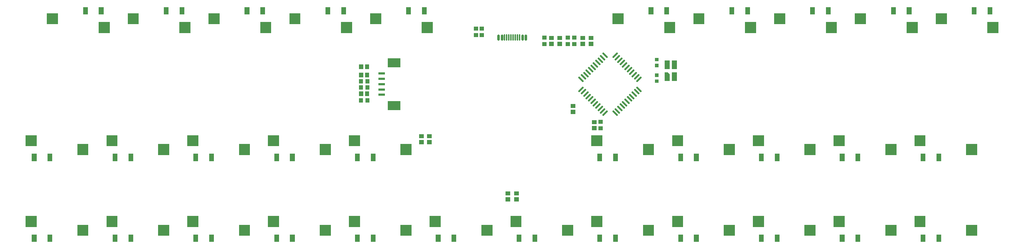
<source format=gbp>
G04 Layer: BottomPasteMaskLayer*
G04 EasyEDA v6.4.25, 2022-01-27T13:57:17+08:00*
G04 c860a57ab6e24c20a85ed983e1d1ab15,3b57db4a37c74da5bb1b5bc11455ab19,10*
G04 Gerber Generator version 0.2*
G04 Scale: 100 percent, Rotated: No, Reflected: No *
G04 Dimensions in inches *
G04 leading zeros omitted , absolute positions ,3 integer and 6 decimal *
%FSLAX36Y36*%
%MOIN*%

%ADD23C,0.0165*%
%ADD24C,0.0236*%
%ADD25C,0.0118*%

%LPD*%
D23*
X620447Y62359D02*
G01*
X653297Y29508D01*
X642717Y84628D02*
G01*
X675567Y51779D01*
X664987Y106898D02*
G01*
X697838Y74048D01*
X687258Y129169D02*
G01*
X720108Y96318D01*
X709528Y151439D02*
G01*
X742377Y118589D01*
X731797Y173708D02*
G01*
X764647Y140859D01*
X754067Y195988D02*
G01*
X786917Y163139D01*
X776337Y218249D02*
G01*
X809187Y185399D01*
X798617Y240529D02*
G01*
X831467Y207678D01*
X820877Y262799D02*
G01*
X853728Y229949D01*
X843157Y285068D02*
G01*
X876008Y252219D01*
X935018Y252219D02*
G01*
X967867Y285068D01*
X957298Y229949D02*
G01*
X990147Y262799D01*
X979557Y207678D02*
G01*
X1012407Y240529D01*
X1001837Y185399D02*
G01*
X1034687Y218249D01*
X1024097Y163139D02*
G01*
X1056947Y195988D01*
X1046377Y140859D02*
G01*
X1079227Y173708D01*
X1068647Y118589D02*
G01*
X1101498Y151439D01*
X1090918Y96318D02*
G01*
X1123768Y129169D01*
X1113188Y74048D02*
G01*
X1146037Y106898D01*
X1135457Y51779D02*
G01*
X1168307Y84628D01*
X1157727Y29508D02*
G01*
X1190577Y62359D01*
X1157727Y-29510D02*
G01*
X1190577Y-62361D01*
X1135457Y-51781D02*
G01*
X1168307Y-84630D01*
X1113188Y-74050D02*
G01*
X1146037Y-106900D01*
X1090918Y-96320D02*
G01*
X1123768Y-129171D01*
X1068647Y-118591D02*
G01*
X1101498Y-151440D01*
X1046377Y-140860D02*
G01*
X1079227Y-173710D01*
X1024097Y-163141D02*
G01*
X1056947Y-195990D01*
X1001837Y-185401D02*
G01*
X1034687Y-218251D01*
X979557Y-207680D02*
G01*
X1012407Y-240531D01*
X957298Y-229940D02*
G01*
X990147Y-262790D01*
X935018Y-252220D02*
G01*
X967867Y-285070D01*
X843157Y-285070D02*
G01*
X876008Y-252220D01*
X820877Y-262790D02*
G01*
X853728Y-229940D01*
X798617Y-240531D02*
G01*
X831467Y-207680D01*
X776337Y-218251D02*
G01*
X809187Y-185401D01*
X754067Y-195990D02*
G01*
X786917Y-163141D01*
X731797Y-173710D02*
G01*
X764647Y-140860D01*
X709528Y-151440D02*
G01*
X742377Y-118591D01*
X687258Y-129171D02*
G01*
X720108Y-96320D01*
X664987Y-106900D02*
G01*
X697838Y-74050D01*
X642717Y-84630D02*
G01*
X675567Y-51781D01*
X620447Y-62361D02*
G01*
X653297Y-29510D01*
D24*
X-125977Y415347D02*
G01*
X-125977Y450779D01*
X-94486Y415347D02*
G01*
X-94486Y450779D01*
D25*
X-68897Y409441D02*
G01*
X-68897Y456685D01*
X-49207Y409441D02*
G01*
X-49207Y456685D01*
X-29526Y409441D02*
G01*
X-29526Y456685D01*
X-9837Y409441D02*
G01*
X-9837Y456685D01*
X9843Y409441D02*
G01*
X9843Y456685D01*
X29533Y409441D02*
G01*
X29533Y456685D01*
X49202Y409441D02*
G01*
X49202Y456685D01*
X68903Y409441D02*
G01*
X68903Y456685D01*
D24*
X94492Y415347D02*
G01*
X94492Y450779D01*
X125982Y415347D02*
G01*
X125982Y450779D01*
G36*
X-1033856Y157480D02*
G01*
X-1033856Y240156D01*
X-1151967Y240156D01*
X-1151967Y157480D01*
G37*
G36*
X-1033856Y-240156D02*
G01*
X-1033856Y-157480D01*
X-1151967Y-157480D01*
X-1151967Y-240156D01*
G37*
G36*
X-1175588Y-108267D02*
G01*
X-1175588Y-88582D01*
X-1238581Y-88582D01*
X-1238581Y-108267D01*
G37*
G36*
X-1175588Y-59056D02*
G01*
X-1175588Y-39369D01*
X-1238581Y-39369D01*
X-1238581Y-59056D01*
G37*
G36*
X-1175588Y-9843D02*
G01*
X-1175588Y9843D01*
X-1238581Y9843D01*
X-1238581Y-9843D01*
G37*
G36*
X-1175588Y39369D02*
G01*
X-1175588Y59054D01*
X-1238581Y59054D01*
X-1238581Y39369D01*
G37*
G36*
X-1175588Y88581D02*
G01*
X-1175588Y108267D01*
X-1238581Y108267D01*
X-1238581Y88581D01*
G37*
G36*
X-1322751Y181653D02*
G01*
X-1362121Y181653D01*
X-1362121Y138346D01*
X-1322751Y138346D01*
G37*
G36*
X-1377870Y181653D02*
G01*
X-1417239Y181653D01*
X-1417239Y138346D01*
X-1377870Y138346D01*
G37*
G36*
X-1322751Y106653D02*
G01*
X-1362121Y106653D01*
X-1362121Y63346D01*
X-1322751Y63346D01*
G37*
G36*
X-1377870Y106653D02*
G01*
X-1417239Y106653D01*
X-1417239Y63346D01*
X-1377870Y63346D01*
G37*
G36*
X-1382100Y-10000D02*
G01*
X-1418100Y-10000D01*
X-1418100Y-50000D01*
X-1382100Y-50000D01*
G37*
G36*
X-1321900Y-10000D02*
G01*
X-1357900Y-10000D01*
X-1357900Y-50000D01*
X-1321900Y-50000D01*
G37*
G36*
X-1357900Y5000D02*
G01*
X-1321900Y5000D01*
X-1321900Y45000D01*
X-1357900Y45000D01*
G37*
G36*
X-1418100Y5000D02*
G01*
X-1382100Y5000D01*
X-1382100Y45000D01*
X-1418100Y45000D01*
G37*
G36*
X-1322751Y-68346D02*
G01*
X-1362121Y-68346D01*
X-1362121Y-111653D01*
X-1322751Y-111653D01*
G37*
G36*
X-1377870Y-68346D02*
G01*
X-1417239Y-68346D01*
X-1417239Y-111653D01*
X-1377870Y-111653D01*
G37*
G36*
X-1357900Y-170000D02*
G01*
X-1321900Y-170000D01*
X-1321900Y-130000D01*
X-1357900Y-130000D01*
G37*
G36*
X-1418100Y-170000D02*
G01*
X-1382100Y-170000D01*
X-1382100Y-130000D01*
X-1418100Y-130000D01*
G37*
G36*
X-18347Y-1087247D02*
G01*
X-18347Y-1047878D01*
X-61653Y-1047878D01*
X-61653Y-1087247D01*
G37*
G36*
X-18347Y-1032129D02*
G01*
X-18347Y-992759D01*
X-61653Y-992759D01*
X-61653Y-1032129D01*
G37*
G36*
X61652Y-1087247D02*
G01*
X61652Y-1047878D01*
X18346Y-1047878D01*
X18346Y-1087247D01*
G37*
G36*
X61652Y-1032129D02*
G01*
X61652Y-992759D01*
X18346Y-992759D01*
X18346Y-1032129D01*
G37*
G36*
X-818347Y-557247D02*
G01*
X-818347Y-517878D01*
X-861653Y-517878D01*
X-861653Y-557247D01*
G37*
G36*
X-818347Y-502129D02*
G01*
X-818347Y-462759D01*
X-861653Y-462759D01*
X-861653Y-502129D01*
G37*
G36*
X-743347Y-557247D02*
G01*
X-743347Y-517878D01*
X-786653Y-517878D01*
X-786653Y-557247D01*
G37*
G36*
X-743347Y-502129D02*
G01*
X-743347Y-462759D01*
X-786653Y-462759D01*
X-786653Y-502129D01*
G37*
G36*
X418299Y447231D02*
G01*
X418299Y407861D01*
X461606Y407861D01*
X461606Y447231D01*
G37*
G36*
X418299Y392114D02*
G01*
X418299Y352744D01*
X461606Y352744D01*
X461606Y392114D01*
G37*
G36*
X-315000Y497099D02*
G01*
X-315000Y533099D01*
X-355000Y533099D01*
X-355000Y497099D01*
G37*
G36*
X-315000Y436899D02*
G01*
X-315000Y472899D01*
X-355000Y472899D01*
X-355000Y436899D01*
G37*
G36*
X319999Y412099D02*
G01*
X319999Y448099D01*
X279999Y448099D01*
X279999Y412099D01*
G37*
G36*
X319999Y351899D02*
G01*
X319999Y387899D01*
X279999Y387899D01*
X279999Y351899D01*
G37*
G36*
X-300000Y472899D02*
G01*
X-300000Y436899D01*
X-260000Y436899D01*
X-260000Y472899D01*
G37*
G36*
X-300000Y533099D02*
G01*
X-300000Y497099D01*
X-260000Y497099D01*
X-260000Y533099D01*
G37*
G36*
X1357717Y211811D02*
G01*
X1357717Y243306D01*
X1322282Y243306D01*
X1322282Y211811D01*
G37*
G36*
X1357717Y156693D02*
G01*
X1357717Y188189D01*
X1322282Y188189D01*
X1322282Y156693D01*
G37*
G36*
X1322282Y43189D02*
G01*
X1322282Y11693D01*
X1357717Y11693D01*
X1357717Y43189D01*
G37*
G36*
X1322282Y98306D02*
G01*
X1322282Y66811D01*
X1357717Y66811D01*
X1357717Y98306D01*
G37*
G36*
X1460155Y140747D02*
G01*
X1460155Y219488D01*
X1412911Y219488D01*
X1412911Y140747D01*
G37*
G36*
X1527087Y140747D02*
G01*
X1527087Y219488D01*
X1479843Y219488D01*
X1479843Y140747D01*
G37*
G36*
X1527087Y30511D02*
G01*
X1527087Y109252D01*
X1479843Y109252D01*
X1479843Y30511D01*
G37*
G36*
X1460156Y30511D02*
G01*
X1460156Y93504D01*
X1444408Y109252D01*
X1412912Y109252D01*
X1412912Y30511D01*
G37*
G36*
X594999Y412099D02*
G01*
X594999Y448099D01*
X554999Y448099D01*
X554999Y412099D01*
G37*
G36*
X594999Y351899D02*
G01*
X594999Y387899D01*
X554999Y387899D01*
X554999Y351899D01*
G37*
G36*
X534999Y412099D02*
G01*
X534999Y448099D01*
X494999Y448099D01*
X494999Y412099D01*
G37*
G36*
X534999Y351899D02*
G01*
X534999Y387899D01*
X494999Y387899D01*
X494999Y351899D01*
G37*
G36*
X343346Y447247D02*
G01*
X343346Y407878D01*
X386653Y407878D01*
X386653Y447247D01*
G37*
G36*
X343346Y392130D02*
G01*
X343346Y352760D01*
X386653Y352760D01*
X386653Y392130D01*
G37*
G36*
X633346Y447247D02*
G01*
X633346Y407878D01*
X676653Y407878D01*
X676653Y447247D01*
G37*
G36*
X633346Y392130D02*
G01*
X633346Y352760D01*
X676653Y352760D01*
X676653Y392130D01*
G37*
G36*
X586652Y-277247D02*
G01*
X586652Y-237878D01*
X543346Y-237878D01*
X543346Y-277247D01*
G37*
G36*
X586652Y-222129D02*
G01*
X586652Y-182759D01*
X543346Y-182759D01*
X543346Y-222129D01*
G37*
G36*
X839999Y-367900D02*
G01*
X839999Y-331900D01*
X799999Y-331900D01*
X799999Y-367900D01*
G37*
G36*
X839999Y-428100D02*
G01*
X839999Y-392100D01*
X799999Y-392100D01*
X799999Y-428100D01*
G37*
G36*
X781652Y-427247D02*
G01*
X781652Y-387878D01*
X738346Y-387878D01*
X738346Y-427247D01*
G37*
G36*
X781652Y-372129D02*
G01*
X781652Y-332759D01*
X738346Y-332759D01*
X738346Y-372129D01*
G37*
G36*
X708346Y447247D02*
G01*
X708346Y407878D01*
X751653Y407878D01*
X751653Y447247D01*
G37*
G36*
X708346Y392130D02*
G01*
X708346Y352760D01*
X751653Y352760D01*
X751653Y392130D01*
G37*
G36*
X-3725392Y574807D02*
G01*
X-3827754Y574807D01*
X-3827754Y472445D01*
X-3725392Y472445D01*
G37*
G36*
X-4203738Y657483D02*
G01*
X-4306100Y657483D01*
X-4306100Y555122D01*
X-4203738Y555122D01*
G37*
G36*
X-3928173Y645516D02*
G01*
X-3972173Y645516D01*
X-3972173Y712516D01*
X-3928173Y712516D01*
G37*
G36*
X-3782173Y645516D02*
G01*
X-3826173Y645516D01*
X-3826173Y712516D01*
X-3782173Y712516D01*
G37*
G36*
X-2977361Y574807D02*
G01*
X-3079723Y574807D01*
X-3079723Y472445D01*
X-2977361Y472445D01*
G37*
G36*
X-3455707Y657483D02*
G01*
X-3558068Y657483D01*
X-3558068Y555122D01*
X-3455707Y555122D01*
G37*
G36*
X-3180142Y645516D02*
G01*
X-3224142Y645516D01*
X-3224142Y712516D01*
X-3180142Y712516D01*
G37*
G36*
X-3034142Y645516D02*
G01*
X-3078142Y645516D01*
X-3078142Y712516D01*
X-3034142Y712516D01*
G37*
G36*
X-2229329Y574807D02*
G01*
X-2331691Y574807D01*
X-2331691Y472445D01*
X-2229329Y472445D01*
G37*
G36*
X-2707674Y657483D02*
G01*
X-2810037Y657483D01*
X-2810037Y555122D01*
X-2707674Y555122D01*
G37*
G36*
X-2432110Y645516D02*
G01*
X-2476109Y645516D01*
X-2476109Y712516D01*
X-2432110Y712516D01*
G37*
G36*
X-2286109Y645516D02*
G01*
X-2330110Y645516D01*
X-2330110Y712516D01*
X-2286109Y712516D01*
G37*
G36*
X-1481298Y574807D02*
G01*
X-1583659Y574807D01*
X-1583659Y472445D01*
X-1481298Y472445D01*
G37*
G36*
X-1959643Y657483D02*
G01*
X-2062006Y657483D01*
X-2062006Y555122D01*
X-1959643Y555122D01*
G37*
G36*
X-1684079Y645516D02*
G01*
X-1728079Y645516D01*
X-1728079Y712516D01*
X-1684079Y712516D01*
G37*
G36*
X-1538079Y645516D02*
G01*
X-1582079Y645516D01*
X-1582079Y712516D01*
X-1538079Y712516D01*
G37*
G36*
X-733266Y574807D02*
G01*
X-835628Y574807D01*
X-835628Y472445D01*
X-733266Y472445D01*
G37*
G36*
X-1211612Y657483D02*
G01*
X-1313973Y657483D01*
X-1313973Y555122D01*
X-1211612Y555122D01*
G37*
G36*
X-936046Y645516D02*
G01*
X-980047Y645516D01*
X-980047Y712516D01*
X-936046Y712516D01*
G37*
G36*
X-790047Y645516D02*
G01*
X-834047Y645516D01*
X-834047Y712516D01*
X-790047Y712516D01*
G37*
G36*
X1510828Y574807D02*
G01*
X1408465Y574807D01*
X1408465Y472445D01*
X1510828Y472445D01*
G37*
G36*
X1032482Y657483D02*
G01*
X930119Y657483D01*
X930119Y555122D01*
X1032482Y555122D01*
G37*
G36*
X1308046Y645516D02*
G01*
X1264047Y645516D01*
X1264047Y712516D01*
X1308046Y712516D01*
G37*
G36*
X1454047Y645516D02*
G01*
X1410046Y645516D01*
X1410046Y712516D01*
X1454047Y712516D01*
G37*
G36*
X2258859Y574807D02*
G01*
X2156498Y574807D01*
X2156498Y472445D01*
X2258859Y472445D01*
G37*
G36*
X1780513Y657483D02*
G01*
X1678152Y657483D01*
X1678152Y555122D01*
X1780513Y555122D01*
G37*
G36*
X2056078Y645516D02*
G01*
X2012078Y645516D01*
X2012078Y712516D01*
X2056078Y712516D01*
G37*
G36*
X2202078Y645516D02*
G01*
X2158078Y645516D01*
X2158078Y712516D01*
X2202078Y712516D01*
G37*
G36*
X3006890Y574807D02*
G01*
X2904529Y574807D01*
X2904529Y472445D01*
X3006890Y472445D01*
G37*
G36*
X2528544Y657483D02*
G01*
X2426183Y657483D01*
X2426183Y555122D01*
X2528544Y555122D01*
G37*
G36*
X2804110Y645516D02*
G01*
X2760109Y645516D01*
X2760109Y712516D01*
X2804110Y712516D01*
G37*
G36*
X2950109Y645516D02*
G01*
X2906110Y645516D01*
X2906110Y712516D01*
X2950109Y712516D01*
G37*
G36*
X3754923Y574807D02*
G01*
X3652560Y574807D01*
X3652560Y472445D01*
X3754923Y472445D01*
G37*
G36*
X3276576Y657483D02*
G01*
X3174214Y657483D01*
X3174214Y555122D01*
X3276576Y555122D01*
G37*
G36*
X3552141Y645516D02*
G01*
X3508141Y645516D01*
X3508141Y712516D01*
X3552141Y712516D01*
G37*
G36*
X3698141Y645516D02*
G01*
X3654142Y645516D01*
X3654142Y712516D01*
X3698141Y712516D01*
G37*
G36*
X4502954Y574807D02*
G01*
X4400591Y574807D01*
X4400591Y472445D01*
X4502954Y472445D01*
G37*
G36*
X4024607Y657483D02*
G01*
X3922245Y657483D01*
X3922245Y555122D01*
X4024607Y555122D01*
G37*
G36*
X4300172Y645516D02*
G01*
X4256173Y645516D01*
X4256173Y712516D01*
X4300172Y712516D01*
G37*
G36*
X4446173Y645516D02*
G01*
X4402172Y645516D01*
X4402172Y712516D01*
X4446173Y712516D01*
G37*
G36*
X-4502954Y-574807D02*
G01*
X-4400592Y-574807D01*
X-4400592Y-472445D01*
X-4502954Y-472445D01*
G37*
G36*
X-4024607Y-657483D02*
G01*
X-3922246Y-657483D01*
X-3922246Y-555122D01*
X-4024607Y-555122D01*
G37*
G36*
X-4300173Y-645515D02*
G01*
X-4256173Y-645515D01*
X-4256173Y-712516D01*
X-4300173Y-712516D01*
G37*
G36*
X-4446173Y-645515D02*
G01*
X-4402173Y-645515D01*
X-4402173Y-712516D01*
X-4446173Y-712516D01*
G37*
G36*
X-3754923Y-574807D02*
G01*
X-3652561Y-574807D01*
X-3652561Y-472445D01*
X-3754923Y-472445D01*
G37*
G36*
X-3276577Y-657483D02*
G01*
X-3174215Y-657483D01*
X-3174215Y-555122D01*
X-3276577Y-555122D01*
G37*
G36*
X-3552141Y-645515D02*
G01*
X-3508142Y-645515D01*
X-3508142Y-712516D01*
X-3552141Y-712516D01*
G37*
G36*
X-3698142Y-645515D02*
G01*
X-3654142Y-645515D01*
X-3654142Y-712516D01*
X-3698142Y-712516D01*
G37*
G36*
X-3006891Y-574807D02*
G01*
X-2904528Y-574807D01*
X-2904528Y-472445D01*
X-3006891Y-472445D01*
G37*
G36*
X-2528545Y-657483D02*
G01*
X-2426183Y-657483D01*
X-2426183Y-555122D01*
X-2528545Y-555122D01*
G37*
G36*
X-2804110Y-645515D02*
G01*
X-2760110Y-645515D01*
X-2760110Y-712516D01*
X-2804110Y-712516D01*
G37*
G36*
X-2950110Y-645515D02*
G01*
X-2906109Y-645515D01*
X-2906109Y-712516D01*
X-2950110Y-712516D01*
G37*
G36*
X-2258860Y-574807D02*
G01*
X-2156498Y-574807D01*
X-2156498Y-472445D01*
X-2258860Y-472445D01*
G37*
G36*
X-1780514Y-657483D02*
G01*
X-1678152Y-657483D01*
X-1678152Y-555122D01*
X-1780514Y-555122D01*
G37*
G36*
X-2056078Y-645515D02*
G01*
X-2012079Y-645515D01*
X-2012079Y-712516D01*
X-2056078Y-712516D01*
G37*
G36*
X-2202079Y-645515D02*
G01*
X-2158079Y-645515D01*
X-2158079Y-712516D01*
X-2202079Y-712516D01*
G37*
G36*
X-1510827Y-574807D02*
G01*
X-1408465Y-574807D01*
X-1408465Y-472445D01*
X-1510827Y-472445D01*
G37*
G36*
X-1032482Y-657483D02*
G01*
X-930119Y-657483D01*
X-930119Y-555122D01*
X-1032482Y-555122D01*
G37*
G36*
X-1308047Y-645515D02*
G01*
X-1264047Y-645515D01*
X-1264047Y-712516D01*
X-1308047Y-712516D01*
G37*
G36*
X-1454047Y-645515D02*
G01*
X-1410047Y-645515D01*
X-1410047Y-712516D01*
X-1454047Y-712516D01*
G37*
G36*
X733265Y-574807D02*
G01*
X835627Y-574807D01*
X835627Y-472445D01*
X733265Y-472445D01*
G37*
G36*
X1211611Y-657483D02*
G01*
X1313973Y-657483D01*
X1313973Y-555122D01*
X1211611Y-555122D01*
G37*
G36*
X936047Y-645515D02*
G01*
X980046Y-645515D01*
X980046Y-712516D01*
X936047Y-712516D01*
G37*
G36*
X790046Y-645515D02*
G01*
X834047Y-645515D01*
X834047Y-712516D01*
X790046Y-712516D01*
G37*
G36*
X1481297Y-574807D02*
G01*
X1583659Y-574807D01*
X1583659Y-472445D01*
X1481297Y-472445D01*
G37*
G36*
X1959643Y-657483D02*
G01*
X2062006Y-657483D01*
X2062006Y-555122D01*
X1959643Y-555122D01*
G37*
G36*
X1684079Y-645515D02*
G01*
X1728078Y-645515D01*
X1728078Y-712516D01*
X1684079Y-712516D01*
G37*
G36*
X1538078Y-645515D02*
G01*
X1582078Y-645515D01*
X1582078Y-712516D01*
X1538078Y-712516D01*
G37*
G36*
X2229328Y-574807D02*
G01*
X2331691Y-574807D01*
X2331691Y-472445D01*
X2229328Y-472445D01*
G37*
G36*
X2707674Y-657483D02*
G01*
X2810036Y-657483D01*
X2810036Y-555122D01*
X2707674Y-555122D01*
G37*
G36*
X2432109Y-645515D02*
G01*
X2476110Y-645515D01*
X2476110Y-712516D01*
X2432109Y-712516D01*
G37*
G36*
X2286110Y-645515D02*
G01*
X2330109Y-645515D01*
X2330109Y-712516D01*
X2286110Y-712516D01*
G37*
G36*
X2977361Y-574807D02*
G01*
X3079722Y-574807D01*
X3079722Y-472445D01*
X2977361Y-472445D01*
G37*
G36*
X3455706Y-657483D02*
G01*
X3558069Y-657483D01*
X3558069Y-555122D01*
X3455706Y-555122D01*
G37*
G36*
X3180141Y-645515D02*
G01*
X3224142Y-645515D01*
X3224142Y-712516D01*
X3180141Y-712516D01*
G37*
G36*
X3034142Y-645515D02*
G01*
X3078141Y-645515D01*
X3078141Y-712516D01*
X3034142Y-712516D01*
G37*
G36*
X3725392Y-574807D02*
G01*
X3827753Y-574807D01*
X3827753Y-472445D01*
X3725392Y-472445D01*
G37*
G36*
X4203737Y-657483D02*
G01*
X4306099Y-657483D01*
X4306099Y-555122D01*
X4203737Y-555122D01*
G37*
G36*
X3928172Y-645515D02*
G01*
X3972172Y-645515D01*
X3972172Y-712516D01*
X3928172Y-712516D01*
G37*
G36*
X3782172Y-645515D02*
G01*
X3826173Y-645515D01*
X3826173Y-712516D01*
X3782172Y-712516D01*
G37*
G36*
X-4502954Y-1322838D02*
G01*
X-4400592Y-1322838D01*
X-4400592Y-1220476D01*
X-4502954Y-1220476D01*
G37*
G36*
X-4024607Y-1405515D02*
G01*
X-3922246Y-1405515D01*
X-3922246Y-1303152D01*
X-4024607Y-1303152D01*
G37*
G36*
X-4300173Y-1393546D02*
G01*
X-4256173Y-1393546D01*
X-4256173Y-1460547D01*
X-4300173Y-1460547D01*
G37*
G36*
X-4446173Y-1393546D02*
G01*
X-4402173Y-1393546D01*
X-4402173Y-1460547D01*
X-4446173Y-1460547D01*
G37*
G36*
X-3754923Y-1322838D02*
G01*
X-3652561Y-1322838D01*
X-3652561Y-1220476D01*
X-3754923Y-1220476D01*
G37*
G36*
X-3276577Y-1405515D02*
G01*
X-3174215Y-1405515D01*
X-3174215Y-1303152D01*
X-3276577Y-1303152D01*
G37*
G36*
X-3552141Y-1393546D02*
G01*
X-3508142Y-1393546D01*
X-3508142Y-1460547D01*
X-3552141Y-1460547D01*
G37*
G36*
X-3698142Y-1393546D02*
G01*
X-3654142Y-1393546D01*
X-3654142Y-1460547D01*
X-3698142Y-1460547D01*
G37*
G36*
X-3006891Y-1322838D02*
G01*
X-2904528Y-1322838D01*
X-2904528Y-1220476D01*
X-3006891Y-1220476D01*
G37*
G36*
X-2528545Y-1405515D02*
G01*
X-2426183Y-1405515D01*
X-2426183Y-1303152D01*
X-2528545Y-1303152D01*
G37*
G36*
X-2804110Y-1393546D02*
G01*
X-2760110Y-1393546D01*
X-2760110Y-1460547D01*
X-2804110Y-1460547D01*
G37*
G36*
X-2950110Y-1393546D02*
G01*
X-2906109Y-1393546D01*
X-2906109Y-1460547D01*
X-2950110Y-1460547D01*
G37*
G36*
X-2258860Y-1322838D02*
G01*
X-2156498Y-1322838D01*
X-2156498Y-1220476D01*
X-2258860Y-1220476D01*
G37*
G36*
X-1780514Y-1405515D02*
G01*
X-1678152Y-1405515D01*
X-1678152Y-1303152D01*
X-1780514Y-1303152D01*
G37*
G36*
X-2056078Y-1393546D02*
G01*
X-2012079Y-1393546D01*
X-2012079Y-1460547D01*
X-2056078Y-1460547D01*
G37*
G36*
X-2202079Y-1393546D02*
G01*
X-2158079Y-1393546D01*
X-2158079Y-1460547D01*
X-2202079Y-1460547D01*
G37*
G36*
X-1510827Y-1322838D02*
G01*
X-1408465Y-1322838D01*
X-1408465Y-1220476D01*
X-1510827Y-1220476D01*
G37*
G36*
X-1032482Y-1405515D02*
G01*
X-930119Y-1405515D01*
X-930119Y-1303152D01*
X-1032482Y-1303152D01*
G37*
G36*
X-1308047Y-1393546D02*
G01*
X-1264047Y-1393546D01*
X-1264047Y-1460547D01*
X-1308047Y-1460547D01*
G37*
G36*
X-1454047Y-1393546D02*
G01*
X-1410047Y-1393546D01*
X-1410047Y-1460547D01*
X-1454047Y-1460547D01*
G37*
G36*
X-762797Y-1322838D02*
G01*
X-660435Y-1322838D01*
X-660435Y-1220476D01*
X-762797Y-1220476D01*
G37*
G36*
X-284450Y-1405515D02*
G01*
X-182089Y-1405515D01*
X-182089Y-1303152D01*
X-284450Y-1303152D01*
G37*
G36*
X-560016Y-1393546D02*
G01*
X-516015Y-1393546D01*
X-516015Y-1460547D01*
X-560016Y-1460547D01*
G37*
G36*
X-706015Y-1393546D02*
G01*
X-662016Y-1393546D01*
X-662016Y-1460547D01*
X-706015Y-1460547D01*
G37*
G36*
X-14765Y-1322838D02*
G01*
X87596Y-1322838D01*
X87596Y-1220476D01*
X-14765Y-1220476D01*
G37*
G36*
X463581Y-1405515D02*
G01*
X565942Y-1405515D01*
X565942Y-1303152D01*
X463581Y-1303152D01*
G37*
G36*
X188015Y-1393546D02*
G01*
X232015Y-1393546D01*
X232015Y-1460547D01*
X188015Y-1460547D01*
G37*
G36*
X42015Y-1393546D02*
G01*
X86015Y-1393546D01*
X86015Y-1460547D01*
X42015Y-1460547D01*
G37*
G36*
X733265Y-1322838D02*
G01*
X835627Y-1322838D01*
X835627Y-1220476D01*
X733265Y-1220476D01*
G37*
G36*
X1211611Y-1405515D02*
G01*
X1313973Y-1405515D01*
X1313973Y-1303152D01*
X1211611Y-1303152D01*
G37*
G36*
X936047Y-1393546D02*
G01*
X980046Y-1393546D01*
X980046Y-1460547D01*
X936047Y-1460547D01*
G37*
G36*
X790046Y-1393546D02*
G01*
X834047Y-1393546D01*
X834047Y-1460547D01*
X790046Y-1460547D01*
G37*
G36*
X1481297Y-1322838D02*
G01*
X1583659Y-1322838D01*
X1583659Y-1220476D01*
X1481297Y-1220476D01*
G37*
G36*
X1959643Y-1405515D02*
G01*
X2062006Y-1405515D01*
X2062006Y-1303152D01*
X1959643Y-1303152D01*
G37*
G36*
X1684079Y-1393546D02*
G01*
X1728078Y-1393546D01*
X1728078Y-1460547D01*
X1684079Y-1460547D01*
G37*
G36*
X1538078Y-1393546D02*
G01*
X1582078Y-1393546D01*
X1582078Y-1460547D01*
X1538078Y-1460547D01*
G37*
G36*
X2229328Y-1322838D02*
G01*
X2331691Y-1322838D01*
X2331691Y-1220476D01*
X2229328Y-1220476D01*
G37*
G36*
X2707674Y-1405515D02*
G01*
X2810036Y-1405515D01*
X2810036Y-1303152D01*
X2707674Y-1303152D01*
G37*
G36*
X2432109Y-1393546D02*
G01*
X2476110Y-1393546D01*
X2476110Y-1460547D01*
X2432109Y-1460547D01*
G37*
G36*
X2286110Y-1393546D02*
G01*
X2330109Y-1393546D01*
X2330109Y-1460547D01*
X2286110Y-1460547D01*
G37*
G36*
X2977361Y-1322838D02*
G01*
X3079722Y-1322838D01*
X3079722Y-1220476D01*
X2977361Y-1220476D01*
G37*
G36*
X3455706Y-1405515D02*
G01*
X3558069Y-1405515D01*
X3558069Y-1303152D01*
X3455706Y-1303152D01*
G37*
G36*
X3180141Y-1393546D02*
G01*
X3224142Y-1393546D01*
X3224142Y-1460547D01*
X3180141Y-1460547D01*
G37*
G36*
X3034142Y-1393546D02*
G01*
X3078141Y-1393546D01*
X3078141Y-1460547D01*
X3034142Y-1460547D01*
G37*
G36*
X3725392Y-1322838D02*
G01*
X3827753Y-1322838D01*
X3827753Y-1220476D01*
X3725392Y-1220476D01*
G37*
G36*
X4203737Y-1405515D02*
G01*
X4306099Y-1405515D01*
X4306099Y-1303152D01*
X4203737Y-1303152D01*
G37*
G36*
X3928172Y-1393546D02*
G01*
X3972172Y-1393546D01*
X3972172Y-1460547D01*
X3928172Y-1460547D01*
G37*
G36*
X3782172Y-1393546D02*
G01*
X3826173Y-1393546D01*
X3826173Y-1460547D01*
X3782172Y-1460547D01*
G37*
M02*

</source>
